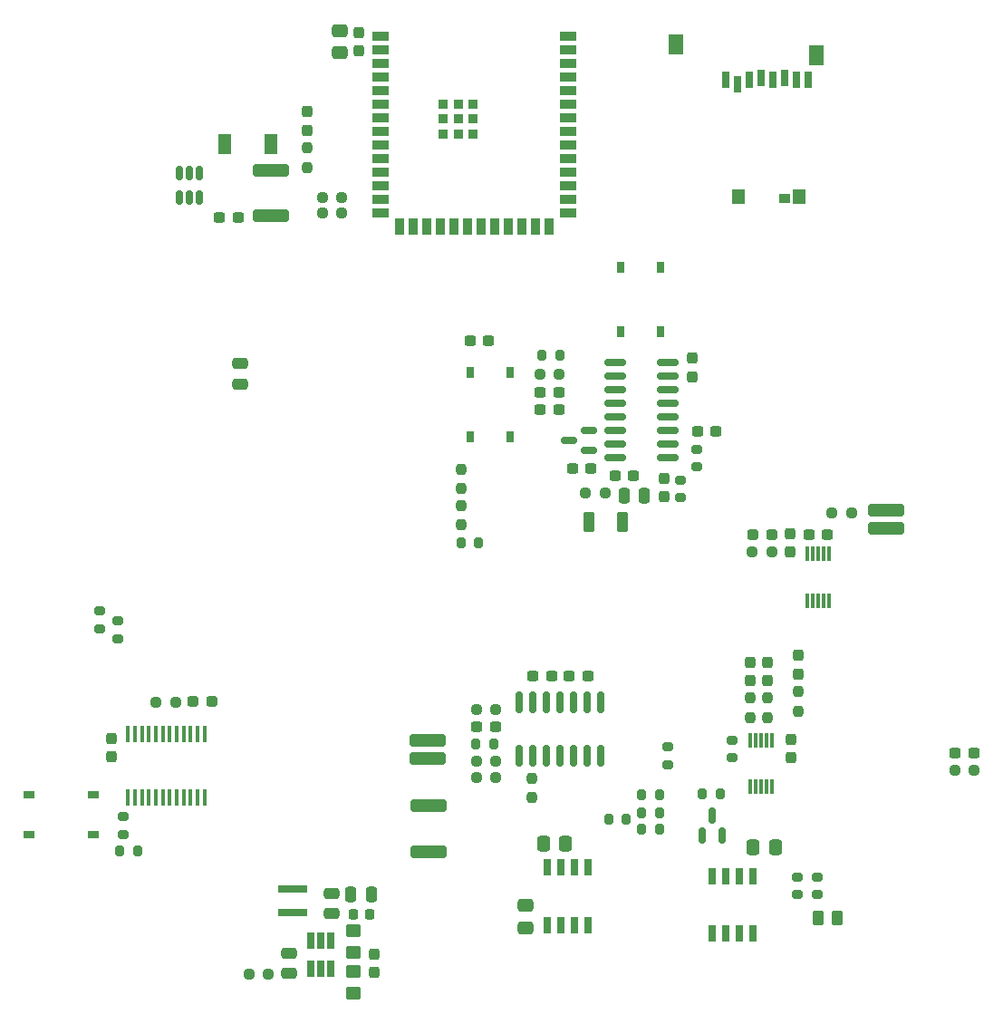
<source format=gbr>
%TF.GenerationSoftware,KiCad,Pcbnew,(6.0.9)*%
%TF.CreationDate,2023-04-07T16:32:21+03:00*%
%TF.ProjectId,ESP32_power_meter_MP3_player_WIFI_radio_V2,45535033-325f-4706-9f77-65725f6d6574,rev?*%
%TF.SameCoordinates,Original*%
%TF.FileFunction,Paste,Top*%
%TF.FilePolarity,Positive*%
%FSLAX46Y46*%
G04 Gerber Fmt 4.6, Leading zero omitted, Abs format (unit mm)*
G04 Created by KiCad (PCBNEW (6.0.9)) date 2023-04-07 16:32:21*
%MOMM*%
%LPD*%
G01*
G04 APERTURE LIST*
G04 Aperture macros list*
%AMRoundRect*
0 Rectangle with rounded corners*
0 $1 Rounding radius*
0 $2 $3 $4 $5 $6 $7 $8 $9 X,Y pos of 4 corners*
0 Add a 4 corners polygon primitive as box body*
4,1,4,$2,$3,$4,$5,$6,$7,$8,$9,$2,$3,0*
0 Add four circle primitives for the rounded corners*
1,1,$1+$1,$2,$3*
1,1,$1+$1,$4,$5*
1,1,$1+$1,$6,$7*
1,1,$1+$1,$8,$9*
0 Add four rect primitives between the rounded corners*
20,1,$1+$1,$2,$3,$4,$5,0*
20,1,$1+$1,$4,$5,$6,$7,0*
20,1,$1+$1,$6,$7,$8,$9,0*
20,1,$1+$1,$8,$9,$2,$3,0*%
G04 Aperture macros list end*
%ADD10R,0.650000X1.500000*%
%ADD11R,2.700000X0.800000*%
%ADD12R,0.800000X1.500000*%
%ADD13R,1.300000X1.400000*%
%ADD14R,1.000000X0.950000*%
%ADD15R,1.400000X1.900000*%
%ADD16R,0.300000X1.400000*%
%ADD17R,0.450000X1.500000*%
%ADD18R,1.200000X1.850000*%
%ADD19RoundRect,0.150000X0.150000X-0.512500X0.150000X0.512500X-0.150000X0.512500X-0.150000X-0.512500X0*%
%ADD20RoundRect,0.237500X-0.237500X0.250000X-0.237500X-0.250000X0.237500X-0.250000X0.237500X0.250000X0*%
%ADD21R,0.700000X1.000000*%
%ADD22RoundRect,0.237500X-0.250000X-0.237500X0.250000X-0.237500X0.250000X0.237500X-0.250000X0.237500X0*%
%ADD23RoundRect,0.150000X-0.150000X0.825000X-0.150000X-0.825000X0.150000X-0.825000X0.150000X0.825000X0*%
%ADD24RoundRect,0.250000X-0.450000X0.350000X-0.450000X-0.350000X0.450000X-0.350000X0.450000X0.350000X0*%
%ADD25RoundRect,0.200000X-0.275000X0.200000X-0.275000X-0.200000X0.275000X-0.200000X0.275000X0.200000X0*%
%ADD26RoundRect,0.237500X-0.300000X-0.237500X0.300000X-0.237500X0.300000X0.237500X-0.300000X0.237500X0*%
%ADD27RoundRect,0.237500X-0.237500X0.300000X-0.237500X-0.300000X0.237500X-0.300000X0.237500X0.300000X0*%
%ADD28RoundRect,0.250000X0.475000X-0.337500X0.475000X0.337500X-0.475000X0.337500X-0.475000X-0.337500X0*%
%ADD29RoundRect,0.237500X0.287500X0.237500X-0.287500X0.237500X-0.287500X-0.237500X0.287500X-0.237500X0*%
%ADD30RoundRect,0.150000X0.150000X-0.587500X0.150000X0.587500X-0.150000X0.587500X-0.150000X-0.587500X0*%
%ADD31RoundRect,0.237500X-0.237500X0.287500X-0.237500X-0.287500X0.237500X-0.287500X0.237500X0.287500X0*%
%ADD32RoundRect,0.150000X0.587500X0.150000X-0.587500X0.150000X-0.587500X-0.150000X0.587500X-0.150000X0*%
%ADD33R,0.650000X1.560000*%
%ADD34R,1.500000X0.900000*%
%ADD35R,0.900000X1.500000*%
%ADD36R,0.900000X0.900000*%
%ADD37RoundRect,0.237500X0.237500X-0.300000X0.237500X0.300000X-0.237500X0.300000X-0.237500X-0.300000X0*%
%ADD38RoundRect,0.200000X0.200000X0.275000X-0.200000X0.275000X-0.200000X-0.275000X0.200000X-0.275000X0*%
%ADD39RoundRect,0.250000X-1.450000X0.312500X-1.450000X-0.312500X1.450000X-0.312500X1.450000X0.312500X0*%
%ADD40RoundRect,0.250000X0.262500X0.450000X-0.262500X0.450000X-0.262500X-0.450000X0.262500X-0.450000X0*%
%ADD41RoundRect,0.200000X-0.200000X-0.275000X0.200000X-0.275000X0.200000X0.275000X-0.200000X0.275000X0*%
%ADD42RoundRect,0.200000X0.275000X-0.200000X0.275000X0.200000X-0.275000X0.200000X-0.275000X-0.200000X0*%
%ADD43RoundRect,0.237500X0.250000X0.237500X-0.250000X0.237500X-0.250000X-0.237500X0.250000X-0.237500X0*%
%ADD44RoundRect,0.250000X-0.275000X-0.700000X0.275000X-0.700000X0.275000X0.700000X-0.275000X0.700000X0*%
%ADD45RoundRect,0.225000X-0.225000X-0.250000X0.225000X-0.250000X0.225000X0.250000X-0.225000X0.250000X0*%
%ADD46RoundRect,0.250000X-0.337500X-0.475000X0.337500X-0.475000X0.337500X0.475000X-0.337500X0.475000X0*%
%ADD47R,1.000000X0.700000*%
%ADD48RoundRect,0.250000X-1.450000X0.337500X-1.450000X-0.337500X1.450000X-0.337500X1.450000X0.337500X0*%
%ADD49RoundRect,0.237500X0.300000X0.237500X-0.300000X0.237500X-0.300000X-0.237500X0.300000X-0.237500X0*%
%ADD50RoundRect,0.250000X-0.475000X0.250000X-0.475000X-0.250000X0.475000X-0.250000X0.475000X0.250000X0*%
%ADD51RoundRect,0.250000X0.475000X-0.250000X0.475000X0.250000X-0.475000X0.250000X-0.475000X-0.250000X0*%
%ADD52RoundRect,0.237500X0.237500X-0.287500X0.237500X0.287500X-0.237500X0.287500X-0.237500X-0.287500X0*%
%ADD53RoundRect,0.237500X0.237500X-0.250000X0.237500X0.250000X-0.237500X0.250000X-0.237500X-0.250000X0*%
%ADD54RoundRect,0.150000X0.825000X0.150000X-0.825000X0.150000X-0.825000X-0.150000X0.825000X-0.150000X0*%
%ADD55RoundRect,0.250000X-0.250000X-0.475000X0.250000X-0.475000X0.250000X0.475000X-0.250000X0.475000X0*%
G04 APERTURE END LIST*
D10*
%TO.C,Q2*%
X126005000Y-130300000D03*
X124735000Y-130300000D03*
X123465000Y-130300000D03*
X122195000Y-130300000D03*
X122195000Y-135700000D03*
X123465000Y-135700000D03*
X124735000Y-135700000D03*
X126005000Y-135700000D03*
%TD*%
D11*
%TO.C,L1*%
X83050000Y-133762500D03*
X83050000Y-131562500D03*
%TD*%
D12*
%TO.C,J2*%
X123485000Y-55939000D03*
X124585000Y-56339000D03*
X125685000Y-55939000D03*
X126785000Y-55739000D03*
X127885000Y-55939000D03*
X128985000Y-55739000D03*
X130085000Y-55939000D03*
X131185000Y-55939000D03*
D13*
X130375000Y-66799000D03*
D14*
X128985000Y-67025000D03*
D13*
X124675000Y-66799000D03*
D15*
X131975000Y-53650000D03*
X118825000Y-52650000D03*
%TD*%
D16*
%TO.C,IC4*%
X127800000Y-117600000D03*
X127300000Y-117600000D03*
X126800000Y-117600000D03*
X126300000Y-117600000D03*
X125800000Y-117600000D03*
X125800000Y-122000000D03*
X126300000Y-122000000D03*
X126800000Y-122000000D03*
X127300000Y-122000000D03*
X127800000Y-122000000D03*
%TD*%
D10*
%TO.C,IC3*%
X106795000Y-134900000D03*
X108065000Y-134900000D03*
X109335000Y-134900000D03*
X110605000Y-134900000D03*
X110605000Y-129500000D03*
X109335000Y-129500000D03*
X108065000Y-129500000D03*
X106795000Y-129500000D03*
%TD*%
D16*
%TO.C,IC2*%
X131100000Y-104600000D03*
X131600000Y-104600000D03*
X132100000Y-104600000D03*
X132600000Y-104600000D03*
X133100000Y-104600000D03*
X133100000Y-100200000D03*
X132600000Y-100200000D03*
X132100000Y-100200000D03*
X131600000Y-100200000D03*
X131100000Y-100200000D03*
%TD*%
D17*
%TO.C,IC1*%
X67625000Y-122950000D03*
X68275000Y-122950000D03*
X68925000Y-122950000D03*
X69575000Y-122950000D03*
X70225000Y-122950000D03*
X70875000Y-122950000D03*
X71525000Y-122950000D03*
X72175000Y-122950000D03*
X72825000Y-122950000D03*
X73475000Y-122950000D03*
X74125000Y-122950000D03*
X74775000Y-122950000D03*
X74775000Y-117050000D03*
X74125000Y-117050000D03*
X73475000Y-117050000D03*
X72825000Y-117050000D03*
X72175000Y-117050000D03*
X71525000Y-117050000D03*
X70875000Y-117050000D03*
X70225000Y-117050000D03*
X69575000Y-117050000D03*
X68925000Y-117050000D03*
X68275000Y-117050000D03*
X67625000Y-117050000D03*
%TD*%
D18*
%TO.C,FB1*%
X76650000Y-61950000D03*
X80950000Y-61950000D03*
%TD*%
D19*
%TO.C,U5*%
X72400000Y-66937500D03*
X73350000Y-66937500D03*
X74300000Y-66937500D03*
X74300000Y-64662500D03*
X73350000Y-64662500D03*
X72400000Y-64662500D03*
%TD*%
D20*
%TO.C,R41*%
X125800000Y-113687500D03*
X125800000Y-115512500D03*
%TD*%
%TO.C,R39*%
X127400000Y-113687500D03*
X127400000Y-115512500D03*
%TD*%
%TO.C,R9*%
X130300000Y-113107500D03*
X130300000Y-114932500D03*
%TD*%
D21*
%TO.C,SW3*%
X113700000Y-73425000D03*
X113700000Y-79425000D03*
X117400000Y-79425000D03*
X117400000Y-73425000D03*
%TD*%
D22*
%TO.C,FB2*%
X78937500Y-139462500D03*
X80762500Y-139462500D03*
%TD*%
D23*
%TO.C,U6*%
X111810000Y-114125000D03*
X110540000Y-114125000D03*
X109270000Y-114125000D03*
X108000000Y-114125000D03*
X106730000Y-114125000D03*
X105460000Y-114125000D03*
X104190000Y-114125000D03*
X104190000Y-119075000D03*
X105460000Y-119075000D03*
X106730000Y-119075000D03*
X108000000Y-119075000D03*
X109270000Y-119075000D03*
X110540000Y-119075000D03*
X111810000Y-119075000D03*
%TD*%
D24*
%TO.C,RR1*%
X88650000Y-135462500D03*
X88650000Y-137462500D03*
%TD*%
D25*
%TO.C,R24*%
X65000000Y-105575000D03*
X65000000Y-107225000D03*
%TD*%
D26*
%TO.C,C15*%
X144937500Y-118800000D03*
X146662500Y-118800000D03*
%TD*%
D27*
%TO.C,C13*%
X117700000Y-93137500D03*
X117700000Y-94862500D03*
%TD*%
D28*
%TO.C,C23*%
X104800000Y-135137500D03*
X104800000Y-133062500D03*
%TD*%
D29*
%TO.C,D3*%
X75475000Y-114000000D03*
X73725000Y-114000000D03*
%TD*%
D30*
%TO.C,U8*%
X121250000Y-126537500D03*
X123150000Y-126537500D03*
X122200000Y-124662500D03*
%TD*%
D31*
%TO.C,D1*%
X130300000Y-109675000D03*
X130300000Y-111425000D03*
%TD*%
D32*
%TO.C,U1*%
X110737500Y-90550000D03*
X110737500Y-88650000D03*
X108862500Y-89600000D03*
%TD*%
D33*
%TO.C,U9*%
X86600000Y-136312500D03*
X85650000Y-136312500D03*
X84700000Y-136312500D03*
X84700000Y-139012500D03*
X85650000Y-139012500D03*
X86600000Y-139012500D03*
%TD*%
D27*
%TO.C,C27*%
X90650000Y-137600000D03*
X90650000Y-139325000D03*
%TD*%
D34*
%TO.C,U4*%
X91250000Y-51860000D03*
X91250000Y-53130000D03*
X91250000Y-54400000D03*
X91250000Y-55670000D03*
X91250000Y-56940000D03*
X91250000Y-58210000D03*
X91250000Y-59480000D03*
X91250000Y-60750000D03*
X91250000Y-62020000D03*
X91250000Y-63290000D03*
X91250000Y-64560000D03*
X91250000Y-65830000D03*
X91250000Y-67100000D03*
X91250000Y-68370000D03*
D35*
X93015000Y-69620000D03*
X94285000Y-69620000D03*
X95555000Y-69620000D03*
X96825000Y-69620000D03*
X98095000Y-69620000D03*
X99365000Y-69620000D03*
X100635000Y-69620000D03*
X101905000Y-69620000D03*
X103175000Y-69620000D03*
X104445000Y-69620000D03*
X105715000Y-69620000D03*
X106985000Y-69620000D03*
D34*
X108750000Y-68370000D03*
X108750000Y-67100000D03*
X108750000Y-65830000D03*
X108750000Y-64560000D03*
X108750000Y-63290000D03*
X108750000Y-62020000D03*
X108750000Y-60750000D03*
X108750000Y-59480000D03*
X108750000Y-58210000D03*
X108750000Y-56940000D03*
X108750000Y-55670000D03*
X108750000Y-54400000D03*
X108750000Y-53130000D03*
X108750000Y-51860000D03*
D36*
X98500000Y-59580000D03*
X97100000Y-59580000D03*
X97100000Y-58180000D03*
X99900000Y-58180000D03*
X98500000Y-60980000D03*
X99900000Y-59580000D03*
X99900000Y-60980000D03*
X98500000Y-58180000D03*
X97100000Y-60980000D03*
%TD*%
D37*
%TO.C,C8*%
X66100000Y-119162500D03*
X66100000Y-117437500D03*
%TD*%
D38*
%TO.C,R45*%
X117275000Y-122750000D03*
X115625000Y-122750000D03*
%TD*%
D39*
%TO.C,F1*%
X80950000Y-64362500D03*
X80950000Y-68637500D03*
%TD*%
D37*
%TO.C,C17*%
X129500000Y-100062500D03*
X129500000Y-98337500D03*
%TD*%
D40*
%TO.C,R29*%
X133912500Y-134200000D03*
X132087500Y-134200000D03*
%TD*%
D37*
%TO.C,C6*%
X89200000Y-53232500D03*
X89200000Y-51507500D03*
%TD*%
D21*
%TO.C,SW2*%
X103350000Y-89300000D03*
X103350000Y-83300000D03*
X99650000Y-83300000D03*
X99650000Y-89300000D03*
%TD*%
D41*
%TO.C,R13*%
X66850000Y-128000000D03*
X68500000Y-128000000D03*
%TD*%
D26*
%TO.C,C3*%
X109137500Y-92200000D03*
X110862500Y-92200000D03*
%TD*%
D29*
%TO.C,D2*%
X127775000Y-98400000D03*
X126025000Y-98400000D03*
%TD*%
D26*
%TO.C,C11*%
X106150000Y-86750000D03*
X107875000Y-86750000D03*
%TD*%
D25*
%TO.C,R23*%
X66700000Y-106475000D03*
X66700000Y-108125000D03*
%TD*%
D20*
%TO.C,R12*%
X84400000Y-62300000D03*
X84400000Y-64125000D03*
%TD*%
D42*
%TO.C,R38*%
X120800000Y-92075000D03*
X120800000Y-90425000D03*
%TD*%
D43*
%TO.C,R30*%
X146712500Y-120400000D03*
X144887500Y-120400000D03*
%TD*%
D44*
%TO.C,L2*%
X110725000Y-97250000D03*
X113875000Y-97250000D03*
%TD*%
D45*
%TO.C,C30*%
X88675000Y-133862500D03*
X90225000Y-133862500D03*
%TD*%
D46*
%TO.C,C22*%
X106462500Y-127300000D03*
X108537500Y-127300000D03*
%TD*%
D25*
%TO.C,R27*%
X130150000Y-130425000D03*
X130150000Y-132075000D03*
%TD*%
D47*
%TO.C,SW1*%
X64400000Y-122750000D03*
X58400000Y-122750000D03*
X58400000Y-126450000D03*
X64400000Y-126450000D03*
%TD*%
D41*
%TO.C,R43*%
X115625000Y-125950000D03*
X117275000Y-125950000D03*
%TD*%
D38*
%TO.C,R40*%
X101775000Y-117950000D03*
X100125000Y-117950000D03*
%TD*%
D26*
%TO.C,C20*%
X105475000Y-111600000D03*
X107200000Y-111600000D03*
%TD*%
D22*
%TO.C,R26*%
X133387500Y-96400000D03*
X135212500Y-96400000D03*
%TD*%
D42*
%TO.C,R33*%
X132000000Y-132075000D03*
X132000000Y-130425000D03*
%TD*%
D48*
%TO.C,R42*%
X95600000Y-117662500D03*
X95600000Y-119337500D03*
%TD*%
D49*
%TO.C,C2*%
X114862500Y-92950000D03*
X113137500Y-92950000D03*
%TD*%
D20*
%TO.C,R16*%
X98800000Y-95687500D03*
X98800000Y-97512500D03*
%TD*%
%TO.C,R17*%
X98800000Y-92287500D03*
X98800000Y-94112500D03*
%TD*%
D31*
%TO.C,D4*%
X84400000Y-58887500D03*
X84400000Y-60637500D03*
%TD*%
D42*
%TO.C,R14*%
X67150000Y-126425000D03*
X67150000Y-124775000D03*
%TD*%
D41*
%TO.C,R25*%
X106325000Y-81650000D03*
X107975000Y-81650000D03*
%TD*%
D49*
%TO.C,C10*%
X101312500Y-80300000D03*
X99587500Y-80300000D03*
%TD*%
D50*
%TO.C,C28*%
X86650000Y-131912500D03*
X86650000Y-133812500D03*
%TD*%
D51*
%TO.C,C26*%
X82650000Y-139412500D03*
X82650000Y-137512500D03*
%TD*%
D26*
%TO.C,C19*%
X108875000Y-111600000D03*
X110600000Y-111600000D03*
%TD*%
D22*
%TO.C,R32*%
X100175000Y-119550000D03*
X102000000Y-119550000D03*
%TD*%
D27*
%TO.C,C24*%
X129600000Y-117537500D03*
X129600000Y-119262500D03*
%TD*%
D42*
%TO.C,R35*%
X119250000Y-94975000D03*
X119250000Y-93325000D03*
%TD*%
D26*
%TO.C,C14*%
X120837500Y-88750000D03*
X122562500Y-88750000D03*
%TD*%
D41*
%TO.C,R48*%
X121325000Y-122650000D03*
X122975000Y-122650000D03*
%TD*%
D52*
%TO.C,D5*%
X127400000Y-112075000D03*
X127400000Y-110325000D03*
%TD*%
D25*
%TO.C,R37*%
X118100000Y-118275000D03*
X118100000Y-119925000D03*
%TD*%
D41*
%TO.C,R44*%
X115625000Y-124400000D03*
X117275000Y-124400000D03*
%TD*%
D22*
%TO.C,R50*%
X85787500Y-66890000D03*
X87612500Y-66890000D03*
%TD*%
D46*
%TO.C,C25*%
X126062500Y-127600000D03*
X128137500Y-127600000D03*
%TD*%
D22*
%TO.C,R10*%
X125982500Y-100030000D03*
X127807500Y-100030000D03*
%TD*%
D26*
%TO.C,C12*%
X106150000Y-85100000D03*
X107875000Y-85100000D03*
%TD*%
D53*
%TO.C,R36*%
X105400000Y-123012500D03*
X105400000Y-121187500D03*
%TD*%
D25*
%TO.C,R46*%
X124050000Y-117625000D03*
X124050000Y-119275000D03*
%TD*%
D24*
%TO.C,RR2*%
X88650000Y-139262500D03*
X88650000Y-141262500D03*
%TD*%
D49*
%TO.C,C18*%
X101937500Y-116350000D03*
X100212500Y-116350000D03*
%TD*%
D51*
%TO.C,C4*%
X78100000Y-84350000D03*
X78100000Y-82450000D03*
%TD*%
D22*
%TO.C,R31*%
X100175000Y-121150000D03*
X102000000Y-121150000D03*
%TD*%
D49*
%TO.C,C9*%
X77912500Y-68750000D03*
X76187500Y-68750000D03*
%TD*%
D43*
%TO.C,R49*%
X87612500Y-68400000D03*
X85787500Y-68400000D03*
%TD*%
D54*
%TO.C,U2*%
X118075000Y-91245000D03*
X118075000Y-89975000D03*
X118075000Y-88705000D03*
X118075000Y-87435000D03*
X118075000Y-86165000D03*
X118075000Y-84895000D03*
X118075000Y-83625000D03*
X118075000Y-82355000D03*
X113125000Y-82355000D03*
X113125000Y-83625000D03*
X113125000Y-84895000D03*
X113125000Y-86165000D03*
X113125000Y-87435000D03*
X113125000Y-88705000D03*
X113125000Y-89975000D03*
X113125000Y-91245000D03*
%TD*%
D55*
%TO.C,C29*%
X88450000Y-132062500D03*
X90350000Y-132062500D03*
%TD*%
D43*
%TO.C,R11*%
X72092500Y-114060000D03*
X70267500Y-114060000D03*
%TD*%
%TO.C,R1*%
X112212500Y-94550000D03*
X110387500Y-94550000D03*
%TD*%
D39*
%TO.C,F2*%
X95700000Y-123762500D03*
X95700000Y-128037500D03*
%TD*%
D48*
%TO.C,R28*%
X138500000Y-96125000D03*
X138500000Y-97800000D03*
%TD*%
D43*
%TO.C,R20*%
X107925000Y-83400000D03*
X106100000Y-83400000D03*
%TD*%
D55*
%TO.C,C1*%
X114000000Y-94800000D03*
X115900000Y-94800000D03*
%TD*%
D22*
%TO.C,R34*%
X100187500Y-114750000D03*
X102012500Y-114750000D03*
%TD*%
D28*
%TO.C,C5*%
X87400000Y-53407500D03*
X87400000Y-51332500D03*
%TD*%
D41*
%TO.C,R15*%
X98725000Y-99200000D03*
X100375000Y-99200000D03*
%TD*%
D52*
%TO.C,D6*%
X125800000Y-112075000D03*
X125800000Y-110325000D03*
%TD*%
D37*
%TO.C,C21*%
X120350000Y-83662500D03*
X120350000Y-81937500D03*
%TD*%
D38*
%TO.C,R51*%
X114175000Y-125000000D03*
X112525000Y-125000000D03*
%TD*%
D26*
%TO.C,C16*%
X131237500Y-98400000D03*
X132962500Y-98400000D03*
%TD*%
M02*

</source>
